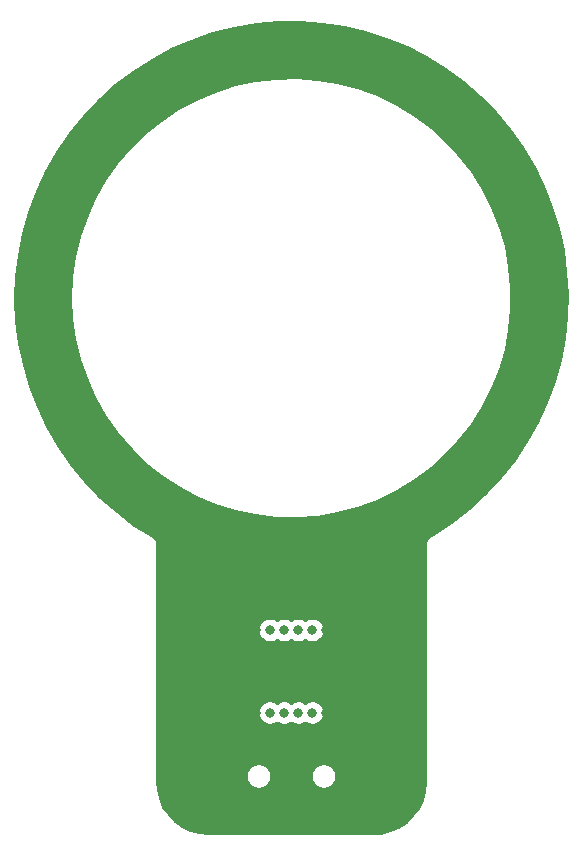
<source format=gbr>
%TF.GenerationSoftware,KiCad,Pcbnew,(5.1.10-1-10_14)*%
%TF.CreationDate,2021-10-15T15:25:17+08:00*%
%TF.ProjectId,led-ring,6c65642d-7269-46e6-972e-6b696361645f,rev?*%
%TF.SameCoordinates,Original*%
%TF.FileFunction,Copper,L2,Bot*%
%TF.FilePolarity,Positive*%
%FSLAX46Y46*%
G04 Gerber Fmt 4.6, Leading zero omitted, Abs format (unit mm)*
G04 Created by KiCad (PCBNEW (5.1.10-1-10_14)) date 2021-10-15 15:25:17*
%MOMM*%
%LPD*%
G01*
G04 APERTURE LIST*
%TA.AperFunction,ComponentPad*%
%ADD10C,0.800000*%
%TD*%
%TA.AperFunction,ComponentPad*%
%ADD11O,0.800000X1.500000*%
%TD*%
%TA.AperFunction,ViaPad*%
%ADD12C,0.508000*%
%TD*%
%TA.AperFunction,Conductor*%
%ADD13C,0.254000*%
%TD*%
%TA.AperFunction,Conductor*%
%ADD14C,0.100000*%
%TD*%
G04 APERTURE END LIST*
D10*
%TO.P,U2,6*%
%TO.N,GND*%
X3000000Y-28135000D03*
%TO.P,U2,5*%
%TO.N,VBUS2*%
X1800000Y-28135000D03*
%TO.P,U2,4*%
%TO.N,N/C*%
X600000Y-28135000D03*
%TO.P,U2,3*%
X-600000Y-28135000D03*
%TO.P,U2,2*%
%TO.N,VBUS2*%
X-1800000Y-28135000D03*
%TO.P,U2,1*%
%TO.N,GND*%
X-3000000Y-28135000D03*
D11*
%TO.P,U2,7*%
X4325000Y-27865000D03*
X-4325000Y-27865000D03*
%TD*%
D10*
%TO.P,U1,6*%
%TO.N,GND*%
X3000000Y-35135000D03*
%TO.P,U1,5*%
%TO.N,VBUS1*%
X1800000Y-35135000D03*
%TO.P,U1,4*%
%TO.N,N/C*%
X600000Y-35135000D03*
%TO.P,U1,3*%
X-600000Y-35135000D03*
%TO.P,U1,2*%
%TO.N,VBUS1*%
X-1800000Y-35135000D03*
%TO.P,U1,1*%
%TO.N,GND*%
X-3000000Y-35135000D03*
D11*
%TO.P,U1,7*%
X4325000Y-34865000D03*
X-4325000Y-34865000D03*
%TD*%
D12*
%TO.N,GND*%
X635000Y-19812000D03*
X-508000Y-20447000D03*
X14986000Y-14224000D03*
X13335000Y-14224000D03*
X20574000Y-508000D03*
X19558000Y381000D03*
X14859000Y14224000D03*
X13716000Y14224000D03*
X508000Y19558000D03*
X-508000Y20574000D03*
X-13589000Y14097000D03*
X-14859000Y14224000D03*
X-19685000Y381000D03*
X-20447000Y-508000D03*
X-13589000Y-14224000D03*
X-14859000Y-14224000D03*
X-11684000Y-17272000D03*
X-10922000Y-19050000D03*
X-9779000Y-18287990D03*
X4064000Y-31750000D03*
%TD*%
D13*
%TO.N,GND*%
X2601626Y23194014D02*
X4453381Y22910657D01*
X6276451Y22479701D01*
X8059077Y21903928D01*
X9789796Y21187040D01*
X11457434Y20333666D01*
X13051265Y19349296D01*
X14561016Y18240274D01*
X15976967Y17013739D01*
X17289981Y15677605D01*
X18491619Y14240463D01*
X19574124Y12711587D01*
X20530532Y11100812D01*
X21354669Y9418539D01*
X22041241Y7675577D01*
X22585817Y5883165D01*
X22984888Y4052858D01*
X23235887Y2196435D01*
X23337193Y325874D01*
X23288156Y-1546800D01*
X23089090Y-3409494D01*
X22741281Y-5250232D01*
X22246963Y-7057152D01*
X21609327Y-8818602D01*
X20832483Y-10523234D01*
X19921417Y-12160093D01*
X18882023Y-13718600D01*
X17720992Y-15188721D01*
X16445785Y-16561007D01*
X15064639Y-17826593D01*
X13586439Y-18977340D01*
X12012041Y-20011526D01*
X11676797Y-20209000D01*
X11631550Y-20233185D01*
X11531052Y-20315662D01*
X11448575Y-20416161D01*
X11387290Y-20530818D01*
X11349550Y-20655228D01*
X11340000Y-20752192D01*
X11340001Y-40970597D01*
X11268827Y-41768083D01*
X11065344Y-42511890D01*
X10733363Y-43207904D01*
X10283374Y-43834130D01*
X9729597Y-44370777D01*
X9089549Y-44800871D01*
X8383447Y-45110829D01*
X7628543Y-45292065D01*
X6975793Y-45340000D01*
X-6970608Y-45340000D01*
X-7768083Y-45268827D01*
X-8511890Y-45065344D01*
X-9207904Y-44733363D01*
X-9834130Y-44283374D01*
X-10370777Y-43729597D01*
X-10800871Y-43089549D01*
X-11110829Y-42383447D01*
X-11292065Y-41628543D01*
X-11340000Y-40975793D01*
X-11340000Y-40393137D01*
X-3835000Y-40393137D01*
X-3835000Y-40606863D01*
X-3793304Y-40816483D01*
X-3711515Y-41013940D01*
X-3592775Y-41191647D01*
X-3441647Y-41342775D01*
X-3263940Y-41461515D01*
X-3066483Y-41543304D01*
X-2856863Y-41585000D01*
X-2643137Y-41585000D01*
X-2433517Y-41543304D01*
X-2236060Y-41461515D01*
X-2058353Y-41342775D01*
X-1907225Y-41191647D01*
X-1788485Y-41013940D01*
X-1706696Y-40816483D01*
X-1665000Y-40606863D01*
X-1665000Y-40393137D01*
X1665000Y-40393137D01*
X1665000Y-40606863D01*
X1706696Y-40816483D01*
X1788485Y-41013940D01*
X1907225Y-41191647D01*
X2058353Y-41342775D01*
X2236060Y-41461515D01*
X2433517Y-41543304D01*
X2643137Y-41585000D01*
X2856863Y-41585000D01*
X3066483Y-41543304D01*
X3263940Y-41461515D01*
X3441647Y-41342775D01*
X3592775Y-41191647D01*
X3711515Y-41013940D01*
X3793304Y-40816483D01*
X3835000Y-40606863D01*
X3835000Y-40393137D01*
X3793304Y-40183517D01*
X3711515Y-39986060D01*
X3592775Y-39808353D01*
X3441647Y-39657225D01*
X3263940Y-39538485D01*
X3066483Y-39456696D01*
X2856863Y-39415000D01*
X2643137Y-39415000D01*
X2433517Y-39456696D01*
X2236060Y-39538485D01*
X2058353Y-39657225D01*
X1907225Y-39808353D01*
X1788485Y-39986060D01*
X1706696Y-40183517D01*
X1665000Y-40393137D01*
X-1665000Y-40393137D01*
X-1706696Y-40183517D01*
X-1788485Y-39986060D01*
X-1907225Y-39808353D01*
X-2058353Y-39657225D01*
X-2236060Y-39538485D01*
X-2433517Y-39456696D01*
X-2643137Y-39415000D01*
X-2856863Y-39415000D01*
X-3066483Y-39456696D01*
X-3263940Y-39538485D01*
X-3441647Y-39657225D01*
X-3592775Y-39808353D01*
X-3711515Y-39986060D01*
X-3793304Y-40183517D01*
X-3835000Y-40393137D01*
X-11340000Y-40393137D01*
X-11340000Y-35033061D01*
X-2835000Y-35033061D01*
X-2835000Y-35236939D01*
X-2795226Y-35436898D01*
X-2717205Y-35625256D01*
X-2603937Y-35794774D01*
X-2459774Y-35938937D01*
X-2290256Y-36052205D01*
X-2101898Y-36130226D01*
X-1901939Y-36170000D01*
X-1698061Y-36170000D01*
X-1498102Y-36130226D01*
X-1309744Y-36052205D01*
X-1200000Y-35978877D01*
X-1090256Y-36052205D01*
X-901898Y-36130226D01*
X-701939Y-36170000D01*
X-498061Y-36170000D01*
X-298102Y-36130226D01*
X-109744Y-36052205D01*
X0Y-35978877D01*
X109744Y-36052205D01*
X298102Y-36130226D01*
X498061Y-36170000D01*
X701939Y-36170000D01*
X901898Y-36130226D01*
X1090256Y-36052205D01*
X1200000Y-35978877D01*
X1309744Y-36052205D01*
X1498102Y-36130226D01*
X1698061Y-36170000D01*
X1901939Y-36170000D01*
X2101898Y-36130226D01*
X2290256Y-36052205D01*
X2459774Y-35938937D01*
X2603937Y-35794774D01*
X2717205Y-35625256D01*
X2795226Y-35436898D01*
X2835000Y-35236939D01*
X2835000Y-35033061D01*
X2795226Y-34833102D01*
X2717205Y-34644744D01*
X2603937Y-34475226D01*
X2459774Y-34331063D01*
X2290256Y-34217795D01*
X2101898Y-34139774D01*
X1901939Y-34100000D01*
X1698061Y-34100000D01*
X1498102Y-34139774D01*
X1309744Y-34217795D01*
X1200000Y-34291123D01*
X1090256Y-34217795D01*
X901898Y-34139774D01*
X701939Y-34100000D01*
X498061Y-34100000D01*
X298102Y-34139774D01*
X109744Y-34217795D01*
X0Y-34291123D01*
X-109744Y-34217795D01*
X-298102Y-34139774D01*
X-498061Y-34100000D01*
X-701939Y-34100000D01*
X-901898Y-34139774D01*
X-1090256Y-34217795D01*
X-1200000Y-34291123D01*
X-1309744Y-34217795D01*
X-1498102Y-34139774D01*
X-1698061Y-34100000D01*
X-1901939Y-34100000D01*
X-2101898Y-34139774D01*
X-2290256Y-34217795D01*
X-2459774Y-34331063D01*
X-2603937Y-34475226D01*
X-2717205Y-34644744D01*
X-2795226Y-34833102D01*
X-2835000Y-35033061D01*
X-11340000Y-35033061D01*
X-11340000Y-28033061D01*
X-2835000Y-28033061D01*
X-2835000Y-28236939D01*
X-2795226Y-28436898D01*
X-2717205Y-28625256D01*
X-2603937Y-28794774D01*
X-2459774Y-28938937D01*
X-2290256Y-29052205D01*
X-2101898Y-29130226D01*
X-1901939Y-29170000D01*
X-1698061Y-29170000D01*
X-1498102Y-29130226D01*
X-1309744Y-29052205D01*
X-1200000Y-28978877D01*
X-1090256Y-29052205D01*
X-901898Y-29130226D01*
X-701939Y-29170000D01*
X-498061Y-29170000D01*
X-298102Y-29130226D01*
X-109744Y-29052205D01*
X0Y-28978877D01*
X109744Y-29052205D01*
X298102Y-29130226D01*
X498061Y-29170000D01*
X701939Y-29170000D01*
X901898Y-29130226D01*
X1090256Y-29052205D01*
X1200000Y-28978877D01*
X1309744Y-29052205D01*
X1498102Y-29130226D01*
X1698061Y-29170000D01*
X1901939Y-29170000D01*
X2101898Y-29130226D01*
X2290256Y-29052205D01*
X2459774Y-28938937D01*
X2603937Y-28794774D01*
X2717205Y-28625256D01*
X2795226Y-28436898D01*
X2835000Y-28236939D01*
X2835000Y-28033061D01*
X2795226Y-27833102D01*
X2717205Y-27644744D01*
X2603937Y-27475226D01*
X2459774Y-27331063D01*
X2290256Y-27217795D01*
X2101898Y-27139774D01*
X1901939Y-27100000D01*
X1698061Y-27100000D01*
X1498102Y-27139774D01*
X1309744Y-27217795D01*
X1200000Y-27291123D01*
X1090256Y-27217795D01*
X901898Y-27139774D01*
X701939Y-27100000D01*
X498061Y-27100000D01*
X298102Y-27139774D01*
X109744Y-27217795D01*
X0Y-27291123D01*
X-109744Y-27217795D01*
X-298102Y-27139774D01*
X-498061Y-27100000D01*
X-701939Y-27100000D01*
X-901898Y-27139774D01*
X-1090256Y-27217795D01*
X-1200000Y-27291123D01*
X-1309744Y-27217795D01*
X-1498102Y-27139774D01*
X-1698061Y-27100000D01*
X-1901939Y-27100000D01*
X-2101898Y-27139774D01*
X-2290256Y-27217795D01*
X-2459774Y-27331063D01*
X-2603937Y-27475226D01*
X-2717205Y-27644744D01*
X-2795226Y-27833102D01*
X-2835000Y-28033061D01*
X-11340000Y-28033061D01*
X-11340000Y-20752191D01*
X-11349550Y-20655227D01*
X-11387290Y-20530817D01*
X-11448575Y-20416160D01*
X-11531052Y-20315662D01*
X-11631551Y-20233185D01*
X-11667651Y-20213889D01*
X-13253170Y-19211565D01*
X-14751226Y-18086793D01*
X-16154259Y-16845495D01*
X-17453209Y-15495685D01*
X-18639721Y-14046052D01*
X-19706162Y-12505916D01*
X-20645652Y-10885212D01*
X-21452128Y-9194400D01*
X-22120413Y-7444335D01*
X-22646186Y-5646333D01*
X-23026069Y-3811942D01*
X-23257613Y-1952999D01*
X-23339326Y-81471D01*
X-23336339Y0D01*
X-18680000Y0D01*
X-18597920Y-1749223D01*
X-18352400Y-3483074D01*
X-17945599Y-5186315D01*
X-17381092Y-6843979D01*
X-16663839Y-8441498D01*
X-15800143Y-9964832D01*
X-14797595Y-11400596D01*
X-13665005Y-12736170D01*
X-12412327Y-13959819D01*
X-11050569Y-15060788D01*
X-9591698Y-16029402D01*
X-8048535Y-16857149D01*
X-6434641Y-17536756D01*
X-4764199Y-18062248D01*
X-3051889Y-18429009D01*
X-1312759Y-18633815D01*
X437907Y-18674866D01*
X2184725Y-18551802D01*
X3912344Y-18265705D01*
X5605581Y-17819087D01*
X7249556Y-17215875D01*
X8829821Y-16461369D01*
X10332490Y-15562199D01*
X11744356Y-14526269D01*
X13053013Y-13362681D01*
X14246959Y-12081662D01*
X15315703Y-10694468D01*
X16249851Y-9213292D01*
X17041195Y-7651148D01*
X17682781Y-6021766D01*
X18168969Y-4339464D01*
X18495489Y-2619027D01*
X18659469Y-875574D01*
X18659469Y875574D01*
X18495489Y2619027D01*
X18168969Y4339464D01*
X17682781Y6021766D01*
X17041195Y7651148D01*
X16249851Y9213292D01*
X15315703Y10694468D01*
X14246959Y12081662D01*
X13053013Y13362681D01*
X11744356Y14526269D01*
X10332490Y15562199D01*
X8829821Y16461369D01*
X7249556Y17215875D01*
X5605581Y17819087D01*
X3912344Y18265705D01*
X2184725Y18551802D01*
X437907Y18674866D01*
X-1312759Y18633815D01*
X-3051889Y18429009D01*
X-4764199Y18062248D01*
X-6434641Y17536756D01*
X-8048535Y16857149D01*
X-9591698Y16029402D01*
X-11050569Y15060788D01*
X-12412327Y13959819D01*
X-13665005Y12736170D01*
X-14797595Y11400596D01*
X-15800143Y9964832D01*
X-16663839Y8441498D01*
X-17381092Y6843979D01*
X-17945599Y5186315D01*
X-18352400Y3483074D01*
X-18597920Y1749223D01*
X-18680000Y0D01*
X-23336339Y0D01*
X-23270680Y1790580D01*
X-23052120Y3651098D01*
X-22685050Y5488101D01*
X-22171847Y7289720D01*
X-21515791Y9044419D01*
X-20721142Y10740813D01*
X-19792993Y12368032D01*
X-18737332Y13915573D01*
X-17560964Y15373461D01*
X-16271463Y16732312D01*
X-14877139Y17983367D01*
X-13386970Y19118572D01*
X-11810561Y20130609D01*
X-10158061Y21012962D01*
X-8440122Y21759943D01*
X-6667815Y22366740D01*
X-4852548Y22829446D01*
X-3006023Y23145077D01*
X-1140131Y23311604D01*
X733110Y23327952D01*
X2601626Y23194014D01*
%TA.AperFunction,Conductor*%
D14*
G36*
X2601626Y23194014D02*
G01*
X4453381Y22910657D01*
X6276451Y22479701D01*
X8059077Y21903928D01*
X9789796Y21187040D01*
X11457434Y20333666D01*
X13051265Y19349296D01*
X14561016Y18240274D01*
X15976967Y17013739D01*
X17289981Y15677605D01*
X18491619Y14240463D01*
X19574124Y12711587D01*
X20530532Y11100812D01*
X21354669Y9418539D01*
X22041241Y7675577D01*
X22585817Y5883165D01*
X22984888Y4052858D01*
X23235887Y2196435D01*
X23337193Y325874D01*
X23288156Y-1546800D01*
X23089090Y-3409494D01*
X22741281Y-5250232D01*
X22246963Y-7057152D01*
X21609327Y-8818602D01*
X20832483Y-10523234D01*
X19921417Y-12160093D01*
X18882023Y-13718600D01*
X17720992Y-15188721D01*
X16445785Y-16561007D01*
X15064639Y-17826593D01*
X13586439Y-18977340D01*
X12012041Y-20011526D01*
X11676797Y-20209000D01*
X11631550Y-20233185D01*
X11531052Y-20315662D01*
X11448575Y-20416161D01*
X11387290Y-20530818D01*
X11349550Y-20655228D01*
X11340000Y-20752192D01*
X11340001Y-40970597D01*
X11268827Y-41768083D01*
X11065344Y-42511890D01*
X10733363Y-43207904D01*
X10283374Y-43834130D01*
X9729597Y-44370777D01*
X9089549Y-44800871D01*
X8383447Y-45110829D01*
X7628543Y-45292065D01*
X6975793Y-45340000D01*
X-6970608Y-45340000D01*
X-7768083Y-45268827D01*
X-8511890Y-45065344D01*
X-9207904Y-44733363D01*
X-9834130Y-44283374D01*
X-10370777Y-43729597D01*
X-10800871Y-43089549D01*
X-11110829Y-42383447D01*
X-11292065Y-41628543D01*
X-11340000Y-40975793D01*
X-11340000Y-40393137D01*
X-3835000Y-40393137D01*
X-3835000Y-40606863D01*
X-3793304Y-40816483D01*
X-3711515Y-41013940D01*
X-3592775Y-41191647D01*
X-3441647Y-41342775D01*
X-3263940Y-41461515D01*
X-3066483Y-41543304D01*
X-2856863Y-41585000D01*
X-2643137Y-41585000D01*
X-2433517Y-41543304D01*
X-2236060Y-41461515D01*
X-2058353Y-41342775D01*
X-1907225Y-41191647D01*
X-1788485Y-41013940D01*
X-1706696Y-40816483D01*
X-1665000Y-40606863D01*
X-1665000Y-40393137D01*
X1665000Y-40393137D01*
X1665000Y-40606863D01*
X1706696Y-40816483D01*
X1788485Y-41013940D01*
X1907225Y-41191647D01*
X2058353Y-41342775D01*
X2236060Y-41461515D01*
X2433517Y-41543304D01*
X2643137Y-41585000D01*
X2856863Y-41585000D01*
X3066483Y-41543304D01*
X3263940Y-41461515D01*
X3441647Y-41342775D01*
X3592775Y-41191647D01*
X3711515Y-41013940D01*
X3793304Y-40816483D01*
X3835000Y-40606863D01*
X3835000Y-40393137D01*
X3793304Y-40183517D01*
X3711515Y-39986060D01*
X3592775Y-39808353D01*
X3441647Y-39657225D01*
X3263940Y-39538485D01*
X3066483Y-39456696D01*
X2856863Y-39415000D01*
X2643137Y-39415000D01*
X2433517Y-39456696D01*
X2236060Y-39538485D01*
X2058353Y-39657225D01*
X1907225Y-39808353D01*
X1788485Y-39986060D01*
X1706696Y-40183517D01*
X1665000Y-40393137D01*
X-1665000Y-40393137D01*
X-1706696Y-40183517D01*
X-1788485Y-39986060D01*
X-1907225Y-39808353D01*
X-2058353Y-39657225D01*
X-2236060Y-39538485D01*
X-2433517Y-39456696D01*
X-2643137Y-39415000D01*
X-2856863Y-39415000D01*
X-3066483Y-39456696D01*
X-3263940Y-39538485D01*
X-3441647Y-39657225D01*
X-3592775Y-39808353D01*
X-3711515Y-39986060D01*
X-3793304Y-40183517D01*
X-3835000Y-40393137D01*
X-11340000Y-40393137D01*
X-11340000Y-35033061D01*
X-2835000Y-35033061D01*
X-2835000Y-35236939D01*
X-2795226Y-35436898D01*
X-2717205Y-35625256D01*
X-2603937Y-35794774D01*
X-2459774Y-35938937D01*
X-2290256Y-36052205D01*
X-2101898Y-36130226D01*
X-1901939Y-36170000D01*
X-1698061Y-36170000D01*
X-1498102Y-36130226D01*
X-1309744Y-36052205D01*
X-1200000Y-35978877D01*
X-1090256Y-36052205D01*
X-901898Y-36130226D01*
X-701939Y-36170000D01*
X-498061Y-36170000D01*
X-298102Y-36130226D01*
X-109744Y-36052205D01*
X0Y-35978877D01*
X109744Y-36052205D01*
X298102Y-36130226D01*
X498061Y-36170000D01*
X701939Y-36170000D01*
X901898Y-36130226D01*
X1090256Y-36052205D01*
X1200000Y-35978877D01*
X1309744Y-36052205D01*
X1498102Y-36130226D01*
X1698061Y-36170000D01*
X1901939Y-36170000D01*
X2101898Y-36130226D01*
X2290256Y-36052205D01*
X2459774Y-35938937D01*
X2603937Y-35794774D01*
X2717205Y-35625256D01*
X2795226Y-35436898D01*
X2835000Y-35236939D01*
X2835000Y-35033061D01*
X2795226Y-34833102D01*
X2717205Y-34644744D01*
X2603937Y-34475226D01*
X2459774Y-34331063D01*
X2290256Y-34217795D01*
X2101898Y-34139774D01*
X1901939Y-34100000D01*
X1698061Y-34100000D01*
X1498102Y-34139774D01*
X1309744Y-34217795D01*
X1200000Y-34291123D01*
X1090256Y-34217795D01*
X901898Y-34139774D01*
X701939Y-34100000D01*
X498061Y-34100000D01*
X298102Y-34139774D01*
X109744Y-34217795D01*
X0Y-34291123D01*
X-109744Y-34217795D01*
X-298102Y-34139774D01*
X-498061Y-34100000D01*
X-701939Y-34100000D01*
X-901898Y-34139774D01*
X-1090256Y-34217795D01*
X-1200000Y-34291123D01*
X-1309744Y-34217795D01*
X-1498102Y-34139774D01*
X-1698061Y-34100000D01*
X-1901939Y-34100000D01*
X-2101898Y-34139774D01*
X-2290256Y-34217795D01*
X-2459774Y-34331063D01*
X-2603937Y-34475226D01*
X-2717205Y-34644744D01*
X-2795226Y-34833102D01*
X-2835000Y-35033061D01*
X-11340000Y-35033061D01*
X-11340000Y-28033061D01*
X-2835000Y-28033061D01*
X-2835000Y-28236939D01*
X-2795226Y-28436898D01*
X-2717205Y-28625256D01*
X-2603937Y-28794774D01*
X-2459774Y-28938937D01*
X-2290256Y-29052205D01*
X-2101898Y-29130226D01*
X-1901939Y-29170000D01*
X-1698061Y-29170000D01*
X-1498102Y-29130226D01*
X-1309744Y-29052205D01*
X-1200000Y-28978877D01*
X-1090256Y-29052205D01*
X-901898Y-29130226D01*
X-701939Y-29170000D01*
X-498061Y-29170000D01*
X-298102Y-29130226D01*
X-109744Y-29052205D01*
X0Y-28978877D01*
X109744Y-29052205D01*
X298102Y-29130226D01*
X498061Y-29170000D01*
X701939Y-29170000D01*
X901898Y-29130226D01*
X1090256Y-29052205D01*
X1200000Y-28978877D01*
X1309744Y-29052205D01*
X1498102Y-29130226D01*
X1698061Y-29170000D01*
X1901939Y-29170000D01*
X2101898Y-29130226D01*
X2290256Y-29052205D01*
X2459774Y-28938937D01*
X2603937Y-28794774D01*
X2717205Y-28625256D01*
X2795226Y-28436898D01*
X2835000Y-28236939D01*
X2835000Y-28033061D01*
X2795226Y-27833102D01*
X2717205Y-27644744D01*
X2603937Y-27475226D01*
X2459774Y-27331063D01*
X2290256Y-27217795D01*
X2101898Y-27139774D01*
X1901939Y-27100000D01*
X1698061Y-27100000D01*
X1498102Y-27139774D01*
X1309744Y-27217795D01*
X1200000Y-27291123D01*
X1090256Y-27217795D01*
X901898Y-27139774D01*
X701939Y-27100000D01*
X498061Y-27100000D01*
X298102Y-27139774D01*
X109744Y-27217795D01*
X0Y-27291123D01*
X-109744Y-27217795D01*
X-298102Y-27139774D01*
X-498061Y-27100000D01*
X-701939Y-27100000D01*
X-901898Y-27139774D01*
X-1090256Y-27217795D01*
X-1200000Y-27291123D01*
X-1309744Y-27217795D01*
X-1498102Y-27139774D01*
X-1698061Y-27100000D01*
X-1901939Y-27100000D01*
X-2101898Y-27139774D01*
X-2290256Y-27217795D01*
X-2459774Y-27331063D01*
X-2603937Y-27475226D01*
X-2717205Y-27644744D01*
X-2795226Y-27833102D01*
X-2835000Y-28033061D01*
X-11340000Y-28033061D01*
X-11340000Y-20752191D01*
X-11349550Y-20655227D01*
X-11387290Y-20530817D01*
X-11448575Y-20416160D01*
X-11531052Y-20315662D01*
X-11631551Y-20233185D01*
X-11667651Y-20213889D01*
X-13253170Y-19211565D01*
X-14751226Y-18086793D01*
X-16154259Y-16845495D01*
X-17453209Y-15495685D01*
X-18639721Y-14046052D01*
X-19706162Y-12505916D01*
X-20645652Y-10885212D01*
X-21452128Y-9194400D01*
X-22120413Y-7444335D01*
X-22646186Y-5646333D01*
X-23026069Y-3811942D01*
X-23257613Y-1952999D01*
X-23339326Y-81471D01*
X-23336339Y0D01*
X-18680000Y0D01*
X-18597920Y-1749223D01*
X-18352400Y-3483074D01*
X-17945599Y-5186315D01*
X-17381092Y-6843979D01*
X-16663839Y-8441498D01*
X-15800143Y-9964832D01*
X-14797595Y-11400596D01*
X-13665005Y-12736170D01*
X-12412327Y-13959819D01*
X-11050569Y-15060788D01*
X-9591698Y-16029402D01*
X-8048535Y-16857149D01*
X-6434641Y-17536756D01*
X-4764199Y-18062248D01*
X-3051889Y-18429009D01*
X-1312759Y-18633815D01*
X437907Y-18674866D01*
X2184725Y-18551802D01*
X3912344Y-18265705D01*
X5605581Y-17819087D01*
X7249556Y-17215875D01*
X8829821Y-16461369D01*
X10332490Y-15562199D01*
X11744356Y-14526269D01*
X13053013Y-13362681D01*
X14246959Y-12081662D01*
X15315703Y-10694468D01*
X16249851Y-9213292D01*
X17041195Y-7651148D01*
X17682781Y-6021766D01*
X18168969Y-4339464D01*
X18495489Y-2619027D01*
X18659469Y-875574D01*
X18659469Y875574D01*
X18495489Y2619027D01*
X18168969Y4339464D01*
X17682781Y6021766D01*
X17041195Y7651148D01*
X16249851Y9213292D01*
X15315703Y10694468D01*
X14246959Y12081662D01*
X13053013Y13362681D01*
X11744356Y14526269D01*
X10332490Y15562199D01*
X8829821Y16461369D01*
X7249556Y17215875D01*
X5605581Y17819087D01*
X3912344Y18265705D01*
X2184725Y18551802D01*
X437907Y18674866D01*
X-1312759Y18633815D01*
X-3051889Y18429009D01*
X-4764199Y18062248D01*
X-6434641Y17536756D01*
X-8048535Y16857149D01*
X-9591698Y16029402D01*
X-11050569Y15060788D01*
X-12412327Y13959819D01*
X-13665005Y12736170D01*
X-14797595Y11400596D01*
X-15800143Y9964832D01*
X-16663839Y8441498D01*
X-17381092Y6843979D01*
X-17945599Y5186315D01*
X-18352400Y3483074D01*
X-18597920Y1749223D01*
X-18680000Y0D01*
X-23336339Y0D01*
X-23270680Y1790580D01*
X-23052120Y3651098D01*
X-22685050Y5488101D01*
X-22171847Y7289720D01*
X-21515791Y9044419D01*
X-20721142Y10740813D01*
X-19792993Y12368032D01*
X-18737332Y13915573D01*
X-17560964Y15373461D01*
X-16271463Y16732312D01*
X-14877139Y17983367D01*
X-13386970Y19118572D01*
X-11810561Y20130609D01*
X-10158061Y21012962D01*
X-8440122Y21759943D01*
X-6667815Y22366740D01*
X-4852548Y22829446D01*
X-3006023Y23145077D01*
X-1140131Y23311604D01*
X733110Y23327952D01*
X2601626Y23194014D01*
G37*
%TD.AperFunction*%
%TD*%
M02*

</source>
